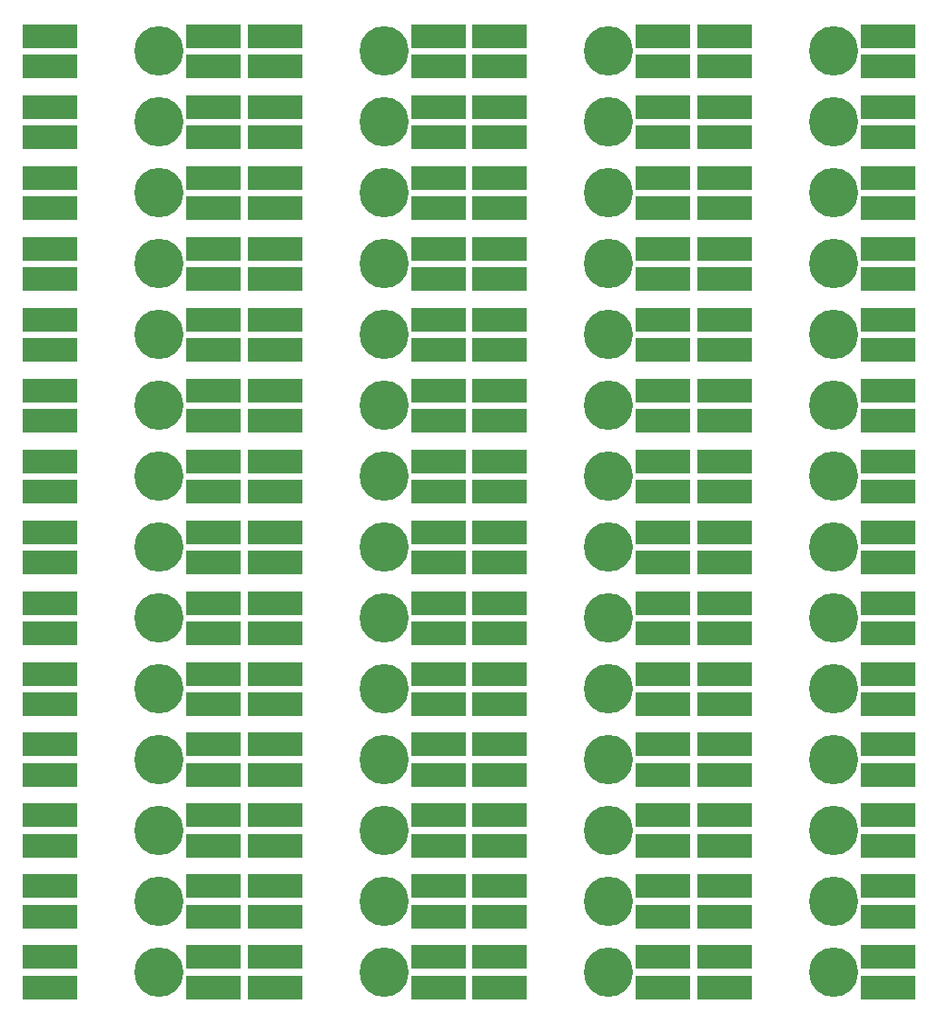
<source format=gbr>
%FSLAX34Y34*%
%MOMM*%
%LNSOLDERMASK_TOP*%
G71*
G01*
%ADD10R, 5.200X2.200*%
%ADD11C, 4.600*%
%LPD*%
X33332Y947083D02*
G54D10*
D03*
X33332Y975658D02*
G54D10*
D03*
X185732Y947083D02*
G54D10*
D03*
X185732Y975658D02*
G54D10*
D03*
X134938Y962025D02*
G54D11*
D03*
X242882Y947083D02*
G54D10*
D03*
X242882Y975658D02*
G54D10*
D03*
X395282Y947083D02*
G54D10*
D03*
X395282Y975658D02*
G54D10*
D03*
X344488Y962025D02*
G54D11*
D03*
X452432Y947083D02*
G54D10*
D03*
X452432Y975658D02*
G54D10*
D03*
X604832Y947083D02*
G54D10*
D03*
X604832Y975658D02*
G54D10*
D03*
X554038Y962025D02*
G54D11*
D03*
X661982Y947083D02*
G54D10*
D03*
X661982Y975658D02*
G54D10*
D03*
X814382Y947083D02*
G54D10*
D03*
X814382Y975658D02*
G54D10*
D03*
X763588Y962025D02*
G54D11*
D03*
X33332Y881063D02*
G54D10*
D03*
X33332Y909638D02*
G54D10*
D03*
X185732Y881063D02*
G54D10*
D03*
X185732Y909638D02*
G54D10*
D03*
X134938Y896005D02*
G54D11*
D03*
X242882Y881063D02*
G54D10*
D03*
X242882Y909638D02*
G54D10*
D03*
X395282Y881063D02*
G54D10*
D03*
X395282Y909638D02*
G54D10*
D03*
X344488Y896005D02*
G54D11*
D03*
X452432Y881063D02*
G54D10*
D03*
X452432Y909638D02*
G54D10*
D03*
X604832Y881063D02*
G54D10*
D03*
X604832Y909638D02*
G54D10*
D03*
X554038Y896005D02*
G54D11*
D03*
X661982Y881063D02*
G54D10*
D03*
X661982Y909638D02*
G54D10*
D03*
X814382Y881063D02*
G54D10*
D03*
X814382Y909638D02*
G54D10*
D03*
X763588Y896005D02*
G54D11*
D03*
X33332Y815043D02*
G54D10*
D03*
X33332Y843617D02*
G54D10*
D03*
X185732Y815043D02*
G54D10*
D03*
X185732Y843617D02*
G54D10*
D03*
X134938Y829985D02*
G54D11*
D03*
X242882Y815043D02*
G54D10*
D03*
X242882Y843617D02*
G54D10*
D03*
X395282Y815043D02*
G54D10*
D03*
X395282Y843617D02*
G54D10*
D03*
X344488Y829985D02*
G54D11*
D03*
X452432Y815043D02*
G54D10*
D03*
X452432Y843617D02*
G54D10*
D03*
X604832Y815043D02*
G54D10*
D03*
X604832Y843617D02*
G54D10*
D03*
X554038Y829985D02*
G54D11*
D03*
X661982Y815043D02*
G54D10*
D03*
X661982Y843617D02*
G54D10*
D03*
X814382Y815043D02*
G54D10*
D03*
X814382Y843617D02*
G54D10*
D03*
X763588Y829985D02*
G54D11*
D03*
X33332Y749023D02*
G54D10*
D03*
X33332Y777597D02*
G54D10*
D03*
X185732Y749023D02*
G54D10*
D03*
X185732Y777597D02*
G54D10*
D03*
X134938Y763965D02*
G54D11*
D03*
X242882Y749023D02*
G54D10*
D03*
X242882Y777597D02*
G54D10*
D03*
X395282Y749023D02*
G54D10*
D03*
X395282Y777597D02*
G54D10*
D03*
X344488Y763965D02*
G54D11*
D03*
X452432Y749023D02*
G54D10*
D03*
X452432Y777597D02*
G54D10*
D03*
X604832Y749023D02*
G54D10*
D03*
X604832Y777597D02*
G54D10*
D03*
X554038Y763965D02*
G54D11*
D03*
X661982Y749023D02*
G54D10*
D03*
X661982Y777597D02*
G54D10*
D03*
X814382Y749023D02*
G54D10*
D03*
X814382Y777597D02*
G54D10*
D03*
X763588Y763965D02*
G54D11*
D03*
X33332Y683003D02*
G54D10*
D03*
X33332Y711578D02*
G54D10*
D03*
X185732Y683003D02*
G54D10*
D03*
X185732Y711578D02*
G54D10*
D03*
X134938Y697945D02*
G54D11*
D03*
X242882Y683003D02*
G54D10*
D03*
X242882Y711578D02*
G54D10*
D03*
X395282Y683003D02*
G54D10*
D03*
X395282Y711578D02*
G54D10*
D03*
X344488Y697945D02*
G54D11*
D03*
X452432Y683003D02*
G54D10*
D03*
X452432Y711578D02*
G54D10*
D03*
X604832Y683003D02*
G54D10*
D03*
X604832Y711578D02*
G54D10*
D03*
X554038Y697945D02*
G54D11*
D03*
X661982Y683003D02*
G54D10*
D03*
X661982Y711578D02*
G54D10*
D03*
X814382Y683003D02*
G54D10*
D03*
X814382Y711578D02*
G54D10*
D03*
X763588Y697945D02*
G54D11*
D03*
X33332Y616983D02*
G54D10*
D03*
X33332Y645558D02*
G54D10*
D03*
X185732Y616983D02*
G54D10*
D03*
X185732Y645558D02*
G54D10*
D03*
X134938Y631925D02*
G54D11*
D03*
X242882Y616983D02*
G54D10*
D03*
X242882Y645558D02*
G54D10*
D03*
X395282Y616983D02*
G54D10*
D03*
X395282Y645558D02*
G54D10*
D03*
X344488Y631925D02*
G54D11*
D03*
X452432Y616983D02*
G54D10*
D03*
X452432Y645558D02*
G54D10*
D03*
X604832Y616983D02*
G54D10*
D03*
X604832Y645558D02*
G54D10*
D03*
X554038Y631925D02*
G54D11*
D03*
X661982Y616983D02*
G54D10*
D03*
X661982Y645558D02*
G54D10*
D03*
X814382Y616983D02*
G54D10*
D03*
X814382Y645558D02*
G54D10*
D03*
X763588Y631925D02*
G54D11*
D03*
X33332Y550963D02*
G54D10*
D03*
X33332Y579538D02*
G54D10*
D03*
X185732Y550963D02*
G54D10*
D03*
X185732Y579538D02*
G54D10*
D03*
X134938Y565905D02*
G54D11*
D03*
X242882Y550963D02*
G54D10*
D03*
X242882Y579538D02*
G54D10*
D03*
X395282Y550963D02*
G54D10*
D03*
X395282Y579538D02*
G54D10*
D03*
X344488Y565905D02*
G54D11*
D03*
X452432Y550963D02*
G54D10*
D03*
X452432Y579538D02*
G54D10*
D03*
X604832Y550963D02*
G54D10*
D03*
X604832Y579538D02*
G54D10*
D03*
X554038Y565905D02*
G54D11*
D03*
X661982Y550963D02*
G54D10*
D03*
X661982Y579538D02*
G54D10*
D03*
X814382Y550963D02*
G54D10*
D03*
X814382Y579538D02*
G54D10*
D03*
X763588Y565905D02*
G54D11*
D03*
X33332Y484943D02*
G54D10*
D03*
X33332Y513518D02*
G54D10*
D03*
X185732Y484943D02*
G54D10*
D03*
X185732Y513518D02*
G54D10*
D03*
X134938Y499885D02*
G54D11*
D03*
X242882Y484943D02*
G54D10*
D03*
X242882Y513518D02*
G54D10*
D03*
X395282Y484943D02*
G54D10*
D03*
X395282Y513518D02*
G54D10*
D03*
X344488Y499885D02*
G54D11*
D03*
X452432Y484943D02*
G54D10*
D03*
X452432Y513518D02*
G54D10*
D03*
X604832Y484943D02*
G54D10*
D03*
X604832Y513518D02*
G54D10*
D03*
X554038Y499885D02*
G54D11*
D03*
X661982Y484943D02*
G54D10*
D03*
X661982Y513518D02*
G54D10*
D03*
X814382Y484943D02*
G54D10*
D03*
X814382Y513518D02*
G54D10*
D03*
X763588Y499885D02*
G54D11*
D03*
X33332Y418923D02*
G54D10*
D03*
X33332Y447498D02*
G54D10*
D03*
X185732Y418923D02*
G54D10*
D03*
X185732Y447498D02*
G54D10*
D03*
X134938Y433865D02*
G54D11*
D03*
X242882Y418923D02*
G54D10*
D03*
X242882Y447498D02*
G54D10*
D03*
X395282Y418923D02*
G54D10*
D03*
X395282Y447498D02*
G54D10*
D03*
X344488Y433865D02*
G54D11*
D03*
X452432Y418923D02*
G54D10*
D03*
X452432Y447498D02*
G54D10*
D03*
X604832Y418923D02*
G54D10*
D03*
X604832Y447498D02*
G54D10*
D03*
X554038Y433865D02*
G54D11*
D03*
X661982Y418923D02*
G54D10*
D03*
X661982Y447498D02*
G54D10*
D03*
X814382Y418923D02*
G54D10*
D03*
X814382Y447498D02*
G54D10*
D03*
X763588Y433865D02*
G54D11*
D03*
X33332Y352903D02*
G54D10*
D03*
X33332Y381478D02*
G54D10*
D03*
X185732Y352903D02*
G54D10*
D03*
X185732Y381478D02*
G54D10*
D03*
X134938Y367845D02*
G54D11*
D03*
X242882Y352903D02*
G54D10*
D03*
X242882Y381478D02*
G54D10*
D03*
X395282Y352903D02*
G54D10*
D03*
X395282Y381478D02*
G54D10*
D03*
X344488Y367845D02*
G54D11*
D03*
X452432Y352903D02*
G54D10*
D03*
X452432Y381478D02*
G54D10*
D03*
X604832Y352903D02*
G54D10*
D03*
X604832Y381478D02*
G54D10*
D03*
X554038Y367845D02*
G54D11*
D03*
X661982Y352903D02*
G54D10*
D03*
X661982Y381478D02*
G54D10*
D03*
X814382Y352903D02*
G54D10*
D03*
X814382Y381478D02*
G54D10*
D03*
X763588Y367845D02*
G54D11*
D03*
X33332Y286883D02*
G54D10*
D03*
X33332Y315458D02*
G54D10*
D03*
X185732Y286883D02*
G54D10*
D03*
X185732Y315458D02*
G54D10*
D03*
X134938Y301825D02*
G54D11*
D03*
X242882Y286883D02*
G54D10*
D03*
X242882Y315458D02*
G54D10*
D03*
X395282Y286883D02*
G54D10*
D03*
X395282Y315458D02*
G54D10*
D03*
X344488Y301825D02*
G54D11*
D03*
X452432Y286883D02*
G54D10*
D03*
X452432Y315458D02*
G54D10*
D03*
X604832Y286883D02*
G54D10*
D03*
X604832Y315458D02*
G54D10*
D03*
X554038Y301825D02*
G54D11*
D03*
X661982Y286883D02*
G54D10*
D03*
X661982Y315458D02*
G54D10*
D03*
X814382Y286883D02*
G54D10*
D03*
X814382Y315458D02*
G54D10*
D03*
X763588Y301825D02*
G54D11*
D03*
X33332Y220863D02*
G54D10*
D03*
X33332Y249438D02*
G54D10*
D03*
X185732Y220863D02*
G54D10*
D03*
X185732Y249438D02*
G54D10*
D03*
X134938Y235805D02*
G54D11*
D03*
X242882Y220863D02*
G54D10*
D03*
X242882Y249438D02*
G54D10*
D03*
X395282Y220863D02*
G54D10*
D03*
X395282Y249438D02*
G54D10*
D03*
X344488Y235805D02*
G54D11*
D03*
X452432Y220863D02*
G54D10*
D03*
X452432Y249438D02*
G54D10*
D03*
X604832Y220863D02*
G54D10*
D03*
X604832Y249438D02*
G54D10*
D03*
X554038Y235805D02*
G54D11*
D03*
X661982Y220863D02*
G54D10*
D03*
X661982Y249438D02*
G54D10*
D03*
X814382Y220863D02*
G54D10*
D03*
X814382Y249438D02*
G54D10*
D03*
X763588Y235805D02*
G54D11*
D03*
X33332Y154843D02*
G54D10*
D03*
X33332Y183418D02*
G54D10*
D03*
X185732Y154843D02*
G54D10*
D03*
X185732Y183418D02*
G54D10*
D03*
X134938Y169785D02*
G54D11*
D03*
X242882Y154843D02*
G54D10*
D03*
X242882Y183418D02*
G54D10*
D03*
X395282Y154843D02*
G54D10*
D03*
X395282Y183418D02*
G54D10*
D03*
X344488Y169785D02*
G54D11*
D03*
X452432Y154843D02*
G54D10*
D03*
X452432Y183418D02*
G54D10*
D03*
X604832Y154843D02*
G54D10*
D03*
X604832Y183418D02*
G54D10*
D03*
X554038Y169785D02*
G54D11*
D03*
X661982Y154843D02*
G54D10*
D03*
X661982Y183418D02*
G54D10*
D03*
X814382Y154843D02*
G54D10*
D03*
X814382Y183418D02*
G54D10*
D03*
X763588Y169785D02*
G54D11*
D03*
X33332Y88823D02*
G54D10*
D03*
X33332Y117398D02*
G54D10*
D03*
X185732Y88823D02*
G54D10*
D03*
X185732Y117398D02*
G54D10*
D03*
X134938Y103765D02*
G54D11*
D03*
X242882Y88823D02*
G54D10*
D03*
X242882Y117398D02*
G54D10*
D03*
X395282Y88823D02*
G54D10*
D03*
X395282Y117398D02*
G54D10*
D03*
X344488Y103765D02*
G54D11*
D03*
X452432Y88823D02*
G54D10*
D03*
X452432Y117398D02*
G54D10*
D03*
X604832Y88823D02*
G54D10*
D03*
X604832Y117398D02*
G54D10*
D03*
X554038Y103765D02*
G54D11*
D03*
X661982Y88823D02*
G54D10*
D03*
X661982Y117398D02*
G54D10*
D03*
X814382Y88823D02*
G54D10*
D03*
X814382Y117398D02*
G54D10*
D03*
X763588Y103765D02*
G54D11*
D03*
M02*

</source>
